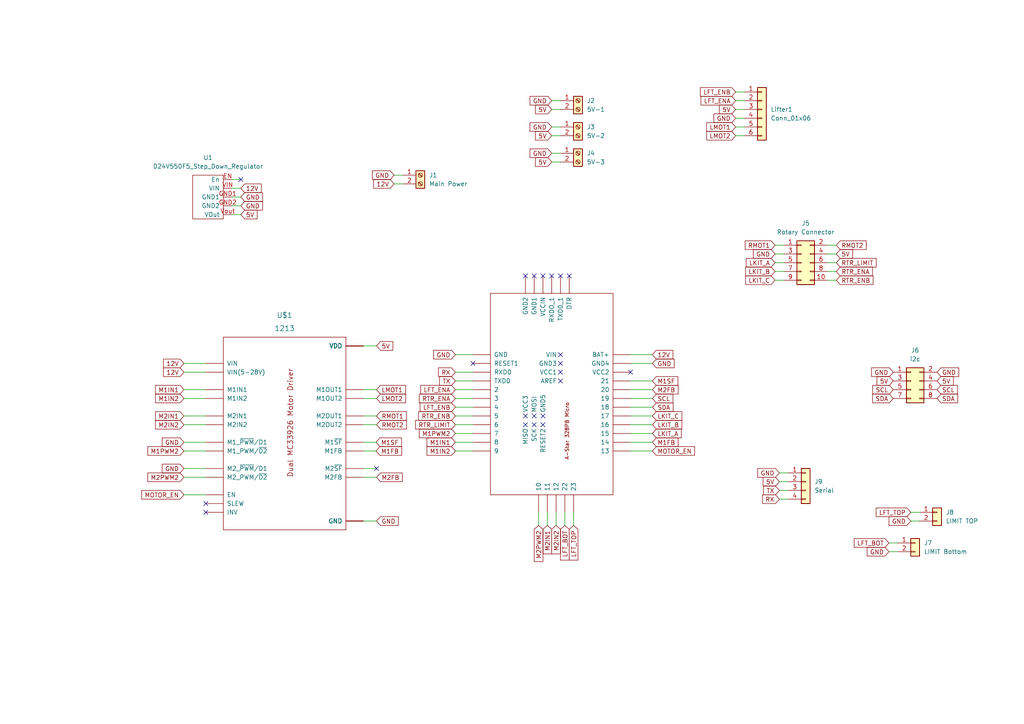
<source format=kicad_sch>
(kicad_sch (version 20211123) (generator eeschema)
  (paper "A4")
  (lib_symbols
    (symbol "Connector:Screw_Terminal_01x02" (pin_names (offset 1.016) hide)
      (property "Reference" "J" (at 0 2.54 0))
      (property "Value" "Screw_Terminal_01x02" (at 0 -5.08 0))
      (symbol "Screw_Terminal_01x02_1_1"
        (rectangle (start -1.27 1.27) (end 1.27 -3.81) (stroke (width 0.254)) (fill (type background)))
        (circle (center 0 -2.54) (radius 0.635) (stroke (width 0.1524)))
        (polyline (pts (xy -0.5334 -2.2098) (xy 0.3302 -3.048)) (stroke (width 0.1524)))
        (polyline (pts (xy -0.5334 0.3302) (xy 0.3302 -0.508)) (stroke (width 0.1524)))
        (polyline (pts (xy -0.3556 -2.032) (xy 0.508 -2.8702)) (stroke (width 0.1524)))
        (polyline (pts (xy -0.3556 0.508) (xy 0.508 -0.3302)) (stroke (width 0.1524)))
        (circle (center 0 0) (radius 0.635) (stroke (width 0.1524)))
        (pin passive line (at -5.08 0 0) (length 3.81) (name "Pin_1") (number "1"))
        (pin passive line (at -5.08 -2.54 0) (length 3.81) (name "Pin_2") (number "2"))
      )
    )
    (symbol "Connector_Generic:Conn_01x02" (pin_names (offset 1.016) hide)
      (property "Reference" "J" (at 0 2.54 0))
      (property "Value" "Conn_01x02" (at 0 -5.08 0))
      (symbol "Conn_01x02_1_1"
        (rectangle (start -1.27 -2.413) (end 0 -2.667) (stroke (width 0.1524)))
        (rectangle (start -1.27 0.127) (end 0 -0.127) (stroke (width 0.1524)))
        (rectangle (start -1.27 1.27) (end 1.27 -3.81) (stroke (width 0.254)) (fill (type background)))
        (pin passive line (at -5.08 0 0) (length 3.81) (name "Pin_1") (number "1"))
        (pin passive line (at -5.08 -2.54 0) (length 3.81) (name "Pin_2") (number "2"))
      )
    )
    (symbol "Connector_Generic:Conn_01x04" (pin_names (offset 1.016) hide)
      (property "Reference" "J" (at 0 5.08 0))
      (property "Value" "Conn_01x04" (at 0 -7.62 0))
      (symbol "Conn_01x04_1_1"
        (rectangle (start -1.27 -4.953) (end 0 -5.207) (stroke (width 0.1524)))
        (rectangle (start -1.27 -2.413) (end 0 -2.667) (stroke (width 0.1524)))
        (rectangle (start -1.27 0.127) (end 0 -0.127) (stroke (width 0.1524)))
        (rectangle (start -1.27 2.667) (end 0 2.413) (stroke (width 0.1524)))
        (rectangle (start -1.27 3.81) (end 1.27 -6.35) (stroke (width 0.254)) (fill (type background)))
        (pin passive line (at -5.08 2.54 0) (length 3.81) (name "Pin_1") (number "1"))
        (pin passive line (at -5.08 0 0) (length 3.81) (name "Pin_2") (number "2"))
        (pin passive line (at -5.08 -2.54 0) (length 3.81) (name "Pin_3") (number "3"))
        (pin passive line (at -5.08 -5.08 0) (length 3.81) (name "Pin_4") (number "4"))
      )
    )
    (symbol "Connector_Generic:Conn_01x06" (pin_names (offset 1.016) hide)
      (property "Reference" "J" (at 0 7.62 0))
      (property "Value" "Conn_01x06" (at 0 -10.16 0))
      (symbol "Conn_01x06_1_1"
        (rectangle (start -1.27 -7.493) (end 0 -7.747) (stroke (width 0.1524)))
        (rectangle (start -1.27 -4.953) (end 0 -5.207) (stroke (width 0.1524)))
        (rectangle (start -1.27 -2.413) (end 0 -2.667) (stroke (width 0.1524)))
        (rectangle (start -1.27 0.127) (end 0 -0.127) (stroke (width 0.1524)))
        (rectangle (start -1.27 2.667) (end 0 2.413) (stroke (width 0.1524)))
        (rectangle (start -1.27 5.207) (end 0 4.953) (stroke (width 0.1524)))
        (rectangle (start -1.27 6.35) (end 1.27 -8.89) (stroke (width 0.254)) (fill (type background)))
        (pin passive line (at -5.08 5.08 0) (length 3.81) (name "Pin_1") (number "1"))
        (pin passive line (at -5.08 2.54 0) (length 3.81) (name "Pin_2") (number "2"))
        (pin passive line (at -5.08 0 0) (length 3.81) (name "Pin_3") (number "3"))
        (pin passive line (at -5.08 -2.54 0) (length 3.81) (name "Pin_4") (number "4"))
        (pin passive line (at -5.08 -5.08 0) (length 3.81) (name "Pin_5") (number "5"))
        (pin passive line (at -5.08 -7.62 0) (length 3.81) (name "Pin_6") (number "6"))
      )
    )
    (symbol "Connector_Generic:Conn_02x04_Odd_Even" (pin_names (offset 1.016) hide)
      (property "Reference" "J" (at 1.27 5.08 0))
      (property "Value" "Conn_02x04_Odd_Even" (at 1.27 -7.62 0))
      (symbol "Conn_02x04_Odd_Even_1_1"
        (rectangle (start -1.27 -4.953) (end 0 -5.207) (stroke (width 0.1524)))
        (rectangle (start -1.27 -2.413) (end 0 -2.667) (stroke (width 0.1524)))
        (rectangle (start -1.27 0.127) (end 0 -0.127) (stroke (width 0.1524)))
        (rectangle (start -1.27 2.667) (end 0 2.413) (stroke (width 0.1524)))
        (rectangle (start -1.27 3.81) (end 3.81 -6.35) (stroke (width 0.254)) (fill (type background)))
        (rectangle (start 3.81 -4.953) (end 2.54 -5.207) (stroke (width 0.1524)))
        (rectangle (start 3.81 -2.413) (end 2.54 -2.667) (stroke (width 0.1524)))
        (rectangle (start 3.81 0.127) (end 2.54 -0.127) (stroke (width 0.1524)))
        (rectangle (start 3.81 2.667) (end 2.54 2.413) (stroke (width 0.1524)))
        (pin passive line (at -5.08 2.54 0) (length 3.81) (name "Pin_1") (number "1"))
        (pin passive line (at 7.62 2.54 180) (length 3.81) (name "Pin_2") (number "2"))
        (pin passive line (at -5.08 0 0) (length 3.81) (name "Pin_3") (number "3"))
        (pin passive line (at 7.62 0 180) (length 3.81) (name "Pin_4") (number "4"))
        (pin passive line (at -5.08 -2.54 0) (length 3.81) (name "Pin_5") (number "5"))
        (pin passive line (at 7.62 -2.54 180) (length 3.81) (name "Pin_6") (number "6"))
        (pin passive line (at -5.08 -5.08 0) (length 3.81) (name "Pin_7") (number "7"))
        (pin passive line (at 7.62 -5.08 180) (length 3.81) (name "Pin_8") (number "8"))
      )
    )
    (symbol "Connector_Generic:Conn_02x05_Odd_Even" (pin_names (offset 1.016) hide)
      (property "Reference" "J" (at 1.27 7.62 0))
      (property "Value" "Conn_02x05_Odd_Even" (at 1.27 -7.62 0))
      (symbol "Conn_02x05_Odd_Even_1_1"
        (rectangle (start -1.27 -4.953) (end 0 -5.207) (stroke (width 0.1524)))
        (rectangle (start -1.27 -2.413) (end 0 -2.667) (stroke (width 0.1524)))
        (rectangle (start -1.27 0.127) (end 0 -0.127) (stroke (width 0.1524)))
        (rectangle (start -1.27 2.667) (end 0 2.413) (stroke (width 0.1524)))
        (rectangle (start -1.27 5.207) (end 0 4.953) (stroke (width 0.1524)))
        (rectangle (start -1.27 6.35) (end 3.81 -6.35) (stroke (width 0.254)) (fill (type background)))
        (rectangle (start 3.81 -4.953) (end 2.54 -5.207) (stroke (width 0.1524)))
        (rectangle (start 3.81 -2.413) (end 2.54 -2.667) (stroke (width 0.1524)))
        (rectangle (start 3.81 0.127) (end 2.54 -0.127) (stroke (width 0.1524)))
        (rectangle (start 3.81 2.667) (end 2.54 2.413) (stroke (width 0.1524)))
        (rectangle (start 3.81 5.207) (end 2.54 4.953) (stroke (width 0.1524)))
        (pin passive line (at -5.08 5.08 0) (length 3.81) (name "Pin_1") (number "1"))
        (pin passive line (at 7.62 -5.08 180) (length 3.81) (name "Pin_10") (number "10"))
        (pin passive line (at 7.62 5.08 180) (length 3.81) (name "Pin_2") (number "2"))
        (pin passive line (at -5.08 2.54 0) (length 3.81) (name "Pin_3") (number "3"))
        (pin passive line (at 7.62 2.54 180) (length 3.81) (name "Pin_4") (number "4"))
        (pin passive line (at -5.08 0 0) (length 3.81) (name "Pin_5") (number "5"))
        (pin passive line (at 7.62 0 180) (length 3.81) (name "Pin_6") (number "6"))
        (pin passive line (at -5.08 -2.54 0) (length 3.81) (name "Pin_7") (number "7"))
        (pin passive line (at 7.62 -2.54 180) (length 3.81) (name "Pin_8") (number "8"))
        (pin passive line (at -5.08 -5.08 0) (length 3.81) (name "Pin_9") (number "9"))
      )
    )
    (symbol "Pololu:1213" (pin_names (offset 1.016))
      (property "Reference" "U$2" (at -17.78 26.289 0))
      (property "Value" "1213" (at -17.78 -33.02 0))
      (symbol "1213_1_0"
        (polyline (pts (xy -17.78 -30.48) (xy 17.78 -30.48)))
        (polyline (pts (xy -17.78 25.4) (xy -17.78 -30.48)))
        (polyline (pts (xy 17.78 -30.48) (xy 17.78 25.4)))
        (polyline (pts (xy 17.78 25.4) (xy -17.78 25.4)))
        (text "Dual MC33926 Motor Driver" (at 2.54 -15.24 900) (effects (font (size 1.4986 1.4986)) (justify left bottom)))
        (pin input line (at -22.86 -20.32 0) (length 5.08) (name "EN") (number "EN"))
        (pin power_in line (at 22.86 -27.94 180) (length 5.08) (name "GND") (number "GND"))
        (pin power_in line (at 22.86 -27.94 180) (length 5.08) (name "GND") (number "GND$1"))
        (pin power_in line (at 22.86 -27.94 180) (length 5.08) (name "GND") (number "GND$2"))
        (pin input line (at -22.86 -25.4 0) (length 5.08) (name "INV") (number "INV"))
        (pin output line (at 22.86 -7.62 180) (length 5.08) (name "M1FB") (number "M1FB"))
        (pin input line (at -22.86 10.16 0) (length 5.08) (name "M1IN1") (number "M1IN1"))
        (pin input line (at -22.86 7.62 0) (length 5.08) (name "M1IN2") (number "M1IN2"))
        (pin output line (at 22.86 10.16 180) (length 5.08) (name "M1OUT1") (number "M1OUT1"))
        (pin output line (at 22.86 7.62 180) (length 5.08) (name "M1OUT2") (number "M1OUT2"))
        (pin input line (at -22.86 -5.08 0) (length 5.08) (name "M1_~{PWM}/D1") (number "M1PWM1"))
        (pin input line (at -22.86 -7.62 0) (length 5.08) (name "M1_PWM/~{D2}") (number "M1PWM2"))
        (pin output line (at 22.86 -5.08 180) (length 5.08) (name "M1~{SF}") (number "M1SF"))
        (pin output line (at 22.86 -15.24 180) (length 5.08) (name "M2FB") (number "M2FB"))
        (pin input line (at -22.86 2.54 0) (length 5.08) (name "M2IN1") (number "M2IN1"))
        (pin input line (at -22.86 0 0) (length 5.08) (name "M2IN2") (number "M2IN2"))
        (pin output line (at 22.86 2.54 180) (length 5.08) (name "M2OUT1") (number "M2OUT1"))
        (pin output line (at 22.86 0 180) (length 5.08) (name "M2OUT2") (number "M2OUT2"))
        (pin input line (at -22.86 -12.7 0) (length 5.08) (name "M2_~{PWM}/D1") (number "M2PWM1"))
        (pin input line (at -22.86 -15.24 0) (length 5.08) (name "M2_PWM/~{D2}") (number "M2PWM2"))
        (pin output line (at 22.86 -12.7 180) (length 5.08) (name "M2~{SF}") (number "M2SF"))
        (pin power_in line (at 22.86 -27.94 180) (length 5.08) (name "GND") (number "MGND"))
        (pin input line (at -22.86 15.24 0) (length 5.08) (name "VIN(5-28V)") (number "MVIN"))
        (pin input line (at -22.86 -22.86 0) (length 5.08) (name "SLEW") (number "SLEW"))
        (pin power_in line (at 22.86 22.86 180) (length 5.08) (name "VDD") (number "VDD"))
        (pin power_in line (at 22.86 22.86 180) (length 5.08) (name "VDD") (number "VDD$1"))
        (pin power_in line (at 22.86 22.86 180) (length 5.08) (name "VDD") (number "VDD$2"))
        (pin power_in line (at 22.86 22.86 180) (length 5.08) (name "VDD") (number "VDD$3"))
        (pin power_in line (at 22.86 22.86 180) (length 5.08) (name "VDD") (number "VDD$4"))
        (pin power_in line (at 22.86 22.86 180) (length 5.08) (name "VDD") (number "VDD$5"))
        (pin input line (at -22.86 17.78 0) (length 5.08) (name "VIN") (number "VIN"))
      )
    )
    (symbol "Pololu:D24V550F5_Step_Down_Regulator" (pin_names (offset 1.016))
      (property "Reference" "U1" (at -0.635 11.43 0))
      (property "Value" "D24V550F5_Step_Down_Regulator" (at -0.635 8.89 0))
      (symbol "D24V550F5_Step_Down_Regulator_0_1"
        (rectangle (start -5.08 6.35) (end 3.81 -6.35))
      )
      (symbol "D24V550F5_Step_Down_Regulator_1_1"
        (pin bidirectional line (at 6.35 5.08 180) (length 2.54) (name "En") (number "EN"))
        (pin bidirectional line (at 6.35 0 180) (length 2.54) (name "GND1") (number "GND1"))
        (pin bidirectional line (at 6.35 -2.54 180) (length 2.54) (name "GND2") (number "GND2"))
        (pin bidirectional line (at 6.35 2.54 180) (length 2.54) (name "VIN") (number "VIN"))
        (pin bidirectional line (at 6.35 -5.08 180) (length 2.54) (name "VOut") (number "Vout"))
      )
    )
    (symbol "Pololu:POLOLU3161" (pin_names (offset 1.016))
      (symbol "POLOLU3161_1_0"
        (polyline (pts (xy -5.08 -7.62) (xy -5.08 50.8)))
        (polyline (pts (xy -5.08 50.8) (xy 30.48 50.8)))
        (polyline (pts (xy 30.48 -7.62) (xy -5.08 -7.62)))
        (polyline (pts (xy 30.48 50.8) (xy 30.48 -7.62)))
        (text "A-Star 328PB Micro" (at 17.78 2.54 900) (effects (font (size 1.0668 1.0668)) (justify left bottom)))
        (pin input line (at 8.89 -12.7 90) (length 5.08) (name "10") (number "10"))
        (pin input line (at 11.43 -12.7 90) (length 5.08) (name "11") (number "11"))
        (pin input line (at 13.97 -12.7 90) (length 5.08) (name "12") (number "12"))
        (pin input line (at 35.56 5.08 180) (length 5.08) (name "13") (number "13"))
        (pin input line (at 35.56 7.62 180) (length 5.08) (name "14") (number "14"))
        (pin input line (at 35.56 10.16 180) (length 5.08) (name "15") (number "15"))
        (pin input line (at 35.56 12.7 180) (length 5.08) (name "16") (number "16"))
        (pin input line (at 35.56 15.24 180) (length 5.08) (name "17") (number "17"))
        (pin input line (at 35.56 17.78 180) (length 5.08) (name "18") (number "18"))
        (pin input line (at 35.56 20.32 180) (length 5.08) (name "19") (number "19"))
        (pin input line (at -10.16 22.86 0) (length 5.08) (name "2") (number "2"))
        (pin input line (at 35.56 22.86 180) (length 5.08) (name "20") (number "20"))
        (pin input line (at 35.56 25.4 180) (length 5.08) (name "21") (number "21"))
        (pin input line (at 16.51 -12.7 90) (length 5.08) (name "22") (number "22"))
        (pin input line (at 19.05 -12.7 90) (length 5.08) (name "23") (number "23"))
        (pin input line (at -10.16 20.32 0) (length 5.08) (name "3") (number "3"))
        (pin input line (at -10.16 17.78 0) (length 5.08) (name "4") (number "4"))
        (pin input line (at -10.16 15.24 0) (length 5.08) (name "5") (number "5"))
        (pin input line (at -10.16 12.7 0) (length 5.08) (name "6") (number "6"))
        (pin input line (at -10.16 10.16 0) (length 5.08) (name "7") (number "7"))
        (pin input line (at -10.16 7.62 0) (length 5.08) (name "8") (number "8"))
        (pin input line (at -10.16 5.08 0) (length 5.08) (name "9") (number "9"))
        (pin input line (at 15.24 25.4 180) (length 0) (name "AREF") (number "AREF"))
        (pin input line (at 35.56 33.02 180) (length 5.08) (name "BAT+") (number "BAT+"))
        (pin input line (at 17.78 55.88 270) (length 5.08) (name "DTR") (number "DTR"))
        (pin input line (at -10.16 33.02 0) (length 5.08) (name "GND") (number "GND"))
        (pin input line (at 7.62 55.88 270) (length 5.08) (name "GND1") (number "GND1"))
        (pin input line (at 5.08 55.88 270) (length 5.08) (name "GND2") (number "GND2"))
        (pin input line (at 15.24 30.48 180) (length 0) (name "GND3") (number "GND3"))
        (pin input line (at 35.56 30.48 180) (length 5.08) (name "GND4") (number "GND4"))
        (pin input line (at 10.16 15.24 90) (length 0) (name "GND5") (number "GND5"))
        (pin input line (at 5.08 12.7 270) (length 0) (name "MISO") (number "MISO"))
        (pin input line (at 7.62 15.24 90) (length 0) (name "MOSI") (number "MOSI"))
        (pin input line (at -10.16 30.48 0) (length 5.08) (name "RESET1") (number "RESET1"))
        (pin input line (at 10.16 12.7 270) (length 0) (name "RESET2") (number "RESET2"))
        (pin input line (at -10.16 27.94 0) (length 5.08) (name "RXD0") (number "RXD0"))
        (pin input line (at 12.7 55.88 270) (length 5.08) (name "RXDO_1") (number "RXD0_1"))
        (pin input line (at 7.62 12.7 270) (length 0) (name "SCK") (number "SCK"))
        (pin input line (at -10.16 25.4 0) (length 5.08) (name "TXD0") (number "TXD0"))
        (pin input line (at 15.24 55.88 270) (length 5.08) (name "TXD0_1") (number "TXD0_1"))
        (pin input line (at 15.24 27.94 180) (length 0) (name "VCC1") (number "VCC1"))
        (pin input line (at 35.56 27.94 180) (length 5.08) (name "VCC2") (number "VCC2"))
        (pin input line (at 5.08 15.24 90) (length 0) (name "VCC3") (number "VCC3"))
        (pin input line (at 10.16 55.88 270) (length 5.08) (name "VCCIN") (number "VCCIN"))
        (pin input line (at 15.24 33.02 180) (length 0) (name "VIN") (number "VIN"))
      )
    )
  )
  (no_connect (at 162.56 107.95))
  (no_connect (at 152.4 120.65))
  (no_connect (at 154.94 120.65))
  (no_connect (at 157.48 120.65))
  (no_connect (at 157.48 123.19))
  (no_connect (at 182.88 107.95))
  (no_connect (at 165.1 80.01))
  (no_connect (at 162.56 102.87))
  (no_connect (at 162.56 105.41))
  (no_connect (at 154.94 123.19))
  (no_connect (at 152.4 123.19))
  (no_connect (at 162.56 110.49))
  (no_connect (at 152.4 80.01))
  (no_connect (at 154.94 80.01))
  (no_connect (at 157.48 80.01))
  (no_connect (at 160.02 80.01))
  (no_connect (at 162.56 80.01))
  (no_connect (at 137.16 105.41))
  (no_connect (at 109.22 135.89))
  (no_connect (at 69.85 52.07))
  (no_connect (at 59.69 146.05))
  (no_connect (at 59.69 148.59))
  (wire (pts (xy 105.41 130.81) (xy 109.22 130.81)))
  (wire (pts (xy 67.31 54.61) (xy 69.85 54.61)))
  (wire (pts (xy 160.02 29.21) (xy 162.56 29.21)))
  (wire (pts (xy 156.21 148.59) (xy 156.21 152.4)))
  (wire (pts (xy 182.88 102.87) (xy 189.23 102.87)))
  (wire (pts (xy 160.02 39.37) (xy 162.56 39.37)))
  (wire (pts (xy 257.81 157.48) (xy 260.35 157.48)))
  (wire (pts (xy 240.03 81.28) (xy 242.57 81.28)))
  (wire (pts (xy 132.08 123.19) (xy 137.16 123.19)))
  (wire (pts (xy 213.36 39.37) (xy 215.9 39.37)))
  (wire (pts (xy 105.41 115.57) (xy 109.22 115.57)))
  (wire (pts (xy 67.31 59.69) (xy 69.85 59.69)))
  (wire (pts (xy 53.34 135.89) (xy 59.69 135.89)))
  (wire (pts (xy 53.34 107.95) (xy 59.69 107.95)))
  (wire (pts (xy 132.08 118.11) (xy 137.16 118.11)))
  (wire (pts (xy 53.34 130.81) (xy 59.69 130.81)))
  (wire (pts (xy 166.37 148.59) (xy 166.37 152.4)))
  (wire (pts (xy 224.79 71.12) (xy 227.33 71.12)))
  (wire (pts (xy 132.08 113.03) (xy 137.16 113.03)))
  (wire (pts (xy 213.36 34.29) (xy 215.9 34.29)))
  (wire (pts (xy 182.88 110.49) (xy 189.23 110.49)))
  (wire (pts (xy 264.16 151.13) (xy 266.7 151.13)))
  (wire (pts (xy 105.41 128.27) (xy 109.22 128.27)))
  (wire (pts (xy 226.06 144.78) (xy 228.6 144.78)))
  (wire (pts (xy 105.41 123.19) (xy 109.22 123.19)))
  (wire (pts (xy 105.41 151.13) (xy 109.22 151.13)))
  (wire (pts (xy 182.88 115.57) (xy 189.23 115.57)))
  (wire (pts (xy 182.88 118.11) (xy 189.23 118.11)))
  (wire (pts (xy 161.29 148.59) (xy 161.29 152.4)))
  (wire (pts (xy 53.34 113.03) (xy 59.69 113.03)))
  (wire (pts (xy 67.31 62.23) (xy 69.85 62.23)))
  (wire (pts (xy 160.02 44.45) (xy 162.56 44.45)))
  (wire (pts (xy 132.08 125.73) (xy 137.16 125.73)))
  (wire (pts (xy 114.3 53.34) (xy 116.84 53.34)))
  (wire (pts (xy 53.34 128.27) (xy 59.69 128.27)))
  (wire (pts (xy 114.3 50.8) (xy 116.84 50.8)))
  (wire (pts (xy 182.88 120.65) (xy 189.23 120.65)))
  (wire (pts (xy 132.08 128.27) (xy 137.16 128.27)))
  (wire (pts (xy 257.81 160.02) (xy 260.35 160.02)))
  (wire (pts (xy 224.79 76.2) (xy 227.33 76.2)))
  (wire (pts (xy 132.08 120.65) (xy 137.16 120.65)))
  (wire (pts (xy 53.34 143.51) (xy 59.69 143.51)))
  (wire (pts (xy 53.34 138.43) (xy 59.69 138.43)))
  (wire (pts (xy 67.31 57.15) (xy 69.85 57.15)))
  (wire (pts (xy 182.88 125.73) (xy 189.23 125.73)))
  (wire (pts (xy 182.88 123.19) (xy 189.23 123.19)))
  (wire (pts (xy 264.16 148.59) (xy 266.7 148.59)))
  (wire (pts (xy 158.75 148.59) (xy 158.75 152.4)))
  (wire (pts (xy 160.02 36.83) (xy 162.56 36.83)))
  (wire (pts (xy 182.88 113.03) (xy 189.23 113.03)))
  (wire (pts (xy 182.88 130.81) (xy 189.23 130.81)))
  (wire (pts (xy 213.36 29.21) (xy 215.9 29.21)))
  (wire (pts (xy 213.36 31.75) (xy 215.9 31.75)))
  (wire (pts (xy 160.02 46.99) (xy 162.56 46.99)))
  (wire (pts (xy 213.36 26.67) (xy 215.9 26.67)))
  (wire (pts (xy 53.34 123.19) (xy 59.69 123.19)))
  (wire (pts (xy 240.03 73.66) (xy 242.57 73.66)))
  (wire (pts (xy 53.34 115.57) (xy 59.69 115.57)))
  (wire (pts (xy 132.08 107.95) (xy 137.16 107.95)))
  (wire (pts (xy 240.03 78.74) (xy 242.57 78.74)))
  (wire (pts (xy 105.41 120.65) (xy 109.22 120.65)))
  (wire (pts (xy 224.79 73.66) (xy 227.33 73.66)))
  (wire (pts (xy 224.79 78.74) (xy 227.33 78.74)))
  (wire (pts (xy 163.83 148.59) (xy 163.83 152.4)))
  (wire (pts (xy 105.41 135.89) (xy 109.22 135.89)))
  (wire (pts (xy 132.08 110.49) (xy 137.16 110.49)))
  (wire (pts (xy 226.06 139.7) (xy 228.6 139.7)))
  (wire (pts (xy 240.03 71.12) (xy 242.57 71.12)))
  (wire (pts (xy 105.41 138.43) (xy 109.22 138.43)))
  (wire (pts (xy 224.79 81.28) (xy 227.33 81.28)))
  (wire (pts (xy 53.34 105.41) (xy 59.69 105.41)))
  (wire (pts (xy 53.34 120.65) (xy 59.69 120.65)))
  (wire (pts (xy 105.41 113.03) (xy 109.22 113.03)))
  (wire (pts (xy 67.31 52.07) (xy 69.85 52.07)))
  (wire (pts (xy 182.88 105.41) (xy 189.23 105.41)))
  (wire (pts (xy 132.08 102.87) (xy 137.16 102.87)))
  (wire (pts (xy 132.08 130.81) (xy 137.16 130.81)))
  (wire (pts (xy 105.41 100.33) (xy 109.22 100.33)))
  (wire (pts (xy 132.08 115.57) (xy 137.16 115.57)))
  (wire (pts (xy 240.03 76.2) (xy 242.57 76.2)))
  (wire (pts (xy 182.88 128.27) (xy 189.23 128.27)))
  (wire (pts (xy 160.02 31.75) (xy 162.56 31.75)))
  (wire (pts (xy 226.06 142.24) (xy 228.6 142.24)))
  (wire (pts (xy 213.36 36.83) (xy 215.9 36.83)))
  (wire (pts (xy 226.06 137.16) (xy 228.6 137.16)))
  (global_label "SDA" (shape input) (at 271.78 115.57 0) (property "Intersheet References" "${INTERSHEET_REFS}" (effects hide)))
  (global_label "M1PWM2" (shape input) (at 132.08 125.73 180) (property "Intersheet References" "${INTERSHEET_REFS}" (effects hide)))
  (global_label "LMOT1" (shape input) (at 213.36 36.83 180) (property "Intersheet References" "${INTERSHEET_REFS}" (effects hide)))
  (global_label "LFT_ENA" (shape input) (at 132.08 113.03 180) (property "Intersheet References" "${INTERSHEET_REFS}" (effects hide)))
  (global_label "GND" (shape input) (at 114.3 50.8 180) (property "Intersheet References" "${INTERSHEET_REFS}" (effects hide)))
  (global_label "RMOT1" (shape input) (at 109.22 120.65 0) (property "Intersheet References" "${INTERSHEET_REFS}" (effects hide)))
  (global_label "GND" (shape input) (at 160.02 36.83 180) (property "Intersheet References" "${INTERSHEET_REFS}" (effects hide)))
  (global_label "TX" (shape input) (at 132.08 110.49 180) (property "Intersheet References" "${INTERSHEET_REFS}" (effects hide)))
  (global_label "GND" (shape input) (at 213.36 34.29 180) (property "Intersheet References" "${INTERSHEET_REFS}" (effects hide)))
  (global_label "12V" (shape input) (at 69.85 54.61 0) (property "Intersheet References" "${INTERSHEET_REFS}" (effects hide)))
  (global_label "SDA" (shape input) (at 189.23 118.11 0) (property "Intersheet References" "${INTERSHEET_REFS}" (effects hide)))
  (global_label "LKIT_A" (shape input) (at 189.23 125.73 0) (property "Intersheet References" "${INTERSHEET_REFS}" (effects hide)))
  (global_label "LFT_TOP" (shape input) (at 264.16 148.59 180) (property "Intersheet References" "${INTERSHEET_REFS}" (effects hide)))
  (global_label "LFT_BOT" (shape input) (at 163.83 152.4 270) (property "Intersheet References" "${INTERSHEET_REFS}" (effects hide)))
  (global_label "GND" (shape input) (at 259.08 107.95 180) (property "Intersheet References" "${INTERSHEET_REFS}" (effects hide)))
  (global_label "LMOT1" (shape input) (at 109.22 113.03 0) (property "Intersheet References" "${INTERSHEET_REFS}" (effects hide)))
  (global_label "5V" (shape input) (at 160.02 31.75 180) (property "Intersheet References" "${INTERSHEET_REFS}" (effects hide)))
  (global_label "12V" (shape input) (at 53.34 105.41 180) (property "Intersheet References" "${INTERSHEET_REFS}" (effects hide)))
  (global_label "LKIT_B" (shape input) (at 224.79 78.74 180) (property "Intersheet References" "${INTERSHEET_REFS}" (effects hide)))
  (global_label "LMOT2" (shape input) (at 213.36 39.37 180) (property "Intersheet References" "${INTERSHEET_REFS}" (effects hide)))
  (global_label "RX" (shape input) (at 132.08 107.95 180) (property "Intersheet References" "${INTERSHEET_REFS}" (effects hide)))
  (global_label "M2IN2" (shape input) (at 53.34 123.19 180) (property "Intersheet References" "${INTERSHEET_REFS}" (effects hide)))
  (global_label "TX" (shape input) (at 226.06 142.24 180) (property "Intersheet References" "${INTERSHEET_REFS}" (effects hide)))
  (global_label "RX" (shape input) (at 226.06 144.78 180) (property "Intersheet References" "${INTERSHEET_REFS}" (effects hide)))
  (global_label "GND" (shape input) (at 109.22 151.13 0) (property "Intersheet References" "${INTERSHEET_REFS}" (effects hide)))
  (global_label "M1PWM2" (shape input) (at 53.34 130.81 180) (property "Intersheet References" "${INTERSHEET_REFS}" (effects hide)))
  (global_label "RMOT2" (shape input) (at 242.57 71.12 0) (property "Intersheet References" "${INTERSHEET_REFS}" (effects hide)))
  (global_label "M1FB" (shape input) (at 109.0675 130.81 0) (property "Intersheet References" "${INTERSHEET_REFS}" (effects hide)))
  (global_label "M2IN2" (shape input) (at 161.29 152.4 270) (property "Intersheet References" "${INTERSHEET_REFS}" (effects hide)))
  (global_label "GND" (shape input) (at 264.16 151.13 180) (property "Intersheet References" "${INTERSHEET_REFS}" (effects hide)))
  (global_label "RTR_ENA" (shape input) (at 242.57 78.74 0) (property "Intersheet References" "${INTERSHEET_REFS}" (effects hide)))
  (global_label "GND" (shape input) (at 53.34 128.27 180) (property "Intersheet References" "${INTERSHEET_REFS}" (effects hide)))
  (global_label "M1IN1" (shape input) (at 132.08 128.27 180) (property "Intersheet References" "${INTERSHEET_REFS}" (effects hide)))
  (global_label "M2FB" (shape input) (at 109.22 138.43 0) (property "Intersheet References" "${INTERSHEET_REFS}" (effects hide)))
  (global_label "M1IN2" (shape input) (at 132.08 130.81 180) (property "Intersheet References" "${INTERSHEET_REFS}" (effects hide)))
  (global_label "5V" (shape input) (at 259.08 110.49 180) (property "Intersheet References" "${INTERSHEET_REFS}" (effects hide)))
  (global_label "RTR_LIMIT" (shape input) (at 132.08 123.19 180) (property "Intersheet References" "${INTERSHEET_REFS}" (effects hide)))
  (global_label "GND" (shape input) (at 271.78 107.95 0) (property "Intersheet References" "${INTERSHEET_REFS}" (effects hide)))
  (global_label "RTR_LIMIT" (shape input) (at 242.57 76.2 0) (property "Intersheet References" "${INTERSHEET_REFS}" (effects hide)))
  (global_label "SCL" (shape input) (at 259.08 113.03 180) (property "Intersheet References" "${INTERSHEET_REFS}" (effects hide)))
  (global_label "5V" (shape input) (at 226.06 139.7 180) (property "Intersheet References" "${INTERSHEET_REFS}" (effects hide)))
  (global_label "M2PWM2" (shape input) (at 53.34 138.43 180) (property "Intersheet References" "${INTERSHEET_REFS}" (effects hide)))
  (global_label "MOTOR_EN" (shape input) (at 53.34 143.51 180) (property "Intersheet References" "${INTERSHEET_REFS}" (effects hide)))
  (global_label "5V" (shape input) (at 160.02 46.99 180) (property "Intersheet References" "${INTERSHEET_REFS}" (effects hide)))
  (global_label "RMOT2" (shape input) (at 109.22 123.19 0) (property "Intersheet References" "${INTERSHEET_REFS}" (effects hide)))
  (global_label "5V" (shape input) (at 109.22 100.33 0) (property "Intersheet References" "${INTERSHEET_REFS}" (effects hide)))
  (global_label "GND" (shape input) (at 53.34 135.89 180) (property "Intersheet References" "${INTERSHEET_REFS}" (effects hide)))
  (global_label "M2IN1" (shape input) (at 53.34 120.65 180) (property "Intersheet References" "${INTERSHEET_REFS}" (effects hide)))
  (global_label "12V" (shape input) (at 189.23 102.87 0) (property "Intersheet References" "${INTERSHEET_REFS}" (effects hide)))
  (global_label "GND" (shape input) (at 160.02 44.45 180) (property "Intersheet References" "${INTERSHEET_REFS}" (effects hide)))
  (global_label "GND" (shape input) (at 69.85 57.15 0) (property "Intersheet References" "${INTERSHEET_REFS}" (effects hide)))
  (global_label "LKIT_C" (shape input) (at 189.23 120.65 0) (property "Intersheet References" "${INTERSHEET_REFS}" (effects hide)))
  (global_label "5V" (shape input) (at 160.02 39.37 180) (property "Intersheet References" "${INTERSHEET_REFS}" (effects hide)))
  (global_label "LFT_TOP" (shape input) (at 166.37 152.4 270) (property "Intersheet References" "${INTERSHEET_REFS}" (effects hide)))
  (global_label "GND" (shape input) (at 226.06 137.16 180) (property "Intersheet References" "${INTERSHEET_REFS}" (effects hide)))
  (global_label "M1SF" (shape input) (at 189.23 110.49 0) (property "Intersheet References" "${INTERSHEET_REFS}" (effects hide)))
  (global_label "M1IN2" (shape input) (at 53.34 115.57 180) (property "Intersheet References" "${INTERSHEET_REFS}" (effects hide)))
  (global_label "GND" (shape input) (at 224.79 73.66 180) (property "Intersheet References" "${INTERSHEET_REFS}" (effects hide)))
  (global_label "M2IN1" (shape input) (at 158.75 152.4 270) (property "Intersheet References" "${INTERSHEET_REFS}" (effects hide)))
  (global_label "RTR_ENB" (shape input) (at 242.57 81.28 0) (property "Intersheet References" "${INTERSHEET_REFS}" (effects hide)))
  (global_label "12V" (shape input) (at 114.3 53.34 180) (property "Intersheet References" "${INTERSHEET_REFS}" (effects hide)))
  (global_label "5V" (shape input) (at 271.78 110.49 0) (property "Intersheet References" "${INTERSHEET_REFS}" (effects hide)))
  (global_label "LMOT2" (shape input) (at 109.22 115.57 0) (property "Intersheet References" "${INTERSHEET_REFS}" (effects hide)))
  (global_label "M1IN1" (shape input) (at 53.34 113.03 180) (property "Intersheet References" "${INTERSHEET_REFS}" (effects hide)))
  (global_label "SCL" (shape input) (at 189.23 115.57 0) (property "Intersheet References" "${INTERSHEET_REFS}" (effects hide)))
  (global_label "SDA" (shape input) (at 259.08 115.57 180) (property "Intersheet References" "${INTERSHEET_REFS}" (effects hide)))
  (global_label "GND" (shape input) (at 257.81 160.02 180) (property "Intersheet References" "${INTERSHEET_REFS}" (effects hide)))
  (global_label "LKIT_B" (shape input) (at 189.23 123.19 0) (property "Intersheet References" "${INTERSHEET_REFS}" (effects hide)))
  (global_label "LFT_ENB" (shape input) (at 213.36 26.67 180) (property "Intersheet References" "${INTERSHEET_REFS}" (effects hide)))
  (global_label "12V" (shape input) (at 53.34 107.95 180) (property "Intersheet References" "${INTERSHEET_REFS}" (effects hide)))
  (global_label "LKIT_A" (shape input) (at 224.79 76.2 180) (property "Intersheet References" "${INTERSHEET_REFS}" (effects hide)))
  (global_label "M1FB" (shape input) (at 189.23 128.27 0) (property "Intersheet References" "${INTERSHEET_REFS}" (effects hide)))
  (global_label "5V" (shape input) (at 242.57 73.66 0) (property "Intersheet References" "${INTERSHEET_REFS}" (effects hide)))
  (global_label "5V" (shape input) (at 69.85 62.23 0) (property "Intersheet References" "${INTERSHEET_REFS}" (effects hide)))
  (global_label "GND" (shape input) (at 160.02 29.21 180) (property "Intersheet References" "${INTERSHEET_REFS}" (effects hide)))
  (global_label "RTR_ENA" (shape input) (at 132.08 115.57 180) (property "Intersheet References" "${INTERSHEET_REFS}" (effects hide)))
  (global_label "MOTOR_EN" (shape input) (at 189.23 130.81 0) (property "Intersheet References" "${INTERSHEET_REFS}" (effects hide)))
  (global_label "GND" (shape input) (at 132.08 102.87 180) (property "Intersheet References" "${INTERSHEET_REFS}" (effects hide)))
  (global_label "M1SF" (shape input) (at 109.0675 128.27 0) (property "Intersheet References" "${INTERSHEET_REFS}" (effects hide)))
  (global_label "LFT_ENA" (shape input) (at 213.36 29.21 180) (property "Intersheet References" "${INTERSHEET_REFS}" (effects hide)))
  (global_label "LFT_BOT" (shape input) (at 257.81 157.48 180) (property "Intersheet References" "${INTERSHEET_REFS}" (effects hide)))
  (global_label "LFT_ENB" (shape input) (at 132.08 118.11 180) (property "Intersheet References" "${INTERSHEET_REFS}" (effects hide)))
  (global_label "M2PWM2" (shape input) (at 156.21 152.4 270) (property "Intersheet References" "${INTERSHEET_REFS}" (effects hide)))
  (global_label "M2FB" (shape input) (at 189.23 113.03 0) (property "Intersheet References" "${INTERSHEET_REFS}" (effects hide)))
  (global_label "GND" (shape input) (at 69.85 59.69 0) (property "Intersheet References" "${INTERSHEET_REFS}" (effects hide)))
  (global_label "GND" (shape input) (at 189.23 105.41 0) (property "Intersheet References" "${INTERSHEET_REFS}" (effects hide)))
  (global_label "LKIT_C" (shape input) (at 224.79 81.28 180) (property "Intersheet References" "${INTERSHEET_REFS}" (effects hide)))
  (global_label "RTR_ENB" (shape input) (at 132.08 120.65 180) (property "Intersheet References" "${INTERSHEET_REFS}" (effects hide)))
  (global_label "5V" (shape input) (at 213.36 31.75 180) (property "Intersheet References" "${INTERSHEET_REFS}" (effects hide)))
  (global_label "SCL" (shape input) (at 271.78 113.03 0) (property "Intersheet References" "${INTERSHEET_REFS}" (effects hide)))
  (global_label "RMOT1" (shape input) (at 224.79 71.12 180) (property "Intersheet References" "${INTERSHEET_REFS}" (effects hide)))
  (symbol (lib_id "Connector_Generic:Conn_01x04") (at 233.68 139.7 0) (unit 1)
    (property "Reference" "J9" (at 236.22 139.6999 0) (effects (justify left)))
    (property "Value" "Serial" (at 236.22 142.2399 0) (effects (justify left)))
    (property "Footprint" "Connector_PinHeader_2.54mm:PinHeader_1x04_P2.54mm_Vertical" (effects hide))
  )
  (symbol (lib_id "Connector_Generic:Conn_01x06") (at 220.98 31.75 0) (unit 1)
    (property "Reference" "Lifter1" (at 223.52 31.7499 0) (effects (justify left)))
    (property "Value" "Conn_01x06" (at 223.52 34.2899 0) (effects (justify left)))
    (property "Footprint" "Connector_PinHeader_2.54mm:PinHeader_1x06_P2.54mm_Horizontal" (effects hide))
  )
  (symbol (lib_id "Connector:Screw_Terminal_01x02") (at 121.92 50.8 0) (unit 1)
    (property "Reference" "J1" (at 124.46 50.7999 0) (effects (justify left)))
    (property "Value" "Main Power" (at 124.46 53.3399 0) (effects (justify left)))
    (property "Footprint" "TerminalBlock_RND:TerminalBlock_RND_205-00287_1x02_P5.08mm_Horizontal" (effects hide))
  )
  (symbol (lib_id "Connector_Generic:Conn_01x02") (at 271.78 148.59 0) (unit 1)
    (property "Reference" "J8" (at 274.32 148.5899 0) (effects (justify left)))
    (property "Value" "LIMIT TOP" (at 274.32 151.1299 0) (effects (justify left)))
    (property "Footprint" "Connector_PinHeader_2.54mm:PinHeader_1x02_P2.54mm_Vertical" (effects hide))
  )
  (symbol (lib_id "Pololu:1213") (at 82.55 123.19 0) (unit 1)
    (property "Reference" "U$1" (at 82.55 91.44 0) (effects (font (size 1.4986 1.4986))))
    (property "Value" "1213" (at 82.55 95.25 0) (effects (font (size 1.4986 1.4986))))
    (property "Footprint" "Pololu:MC33926 Dual Motor Driver" (effects hide))
  )
  (symbol (lib_id "Connector:Screw_Terminal_01x02") (at 167.64 36.83 0) (unit 1)
    (property "Reference" "J3" (at 170.18 36.8299 0) (effects (justify left)))
    (property "Value" "5V-2" (at 170.18 39.3699 0) (effects (justify left)))
    (property "Footprint" "TerminalBlock_RND:TerminalBlock_RND_205-00287_1x02_P5.08mm_Horizontal" (effects hide))
  )
  (symbol (lib_id "Connector:Screw_Terminal_01x02") (at 167.64 29.21 0) (unit 1)
    (property "Reference" "J2" (at 170.18 29.2099 0) (effects (justify left)))
    (property "Value" "5V-1" (at 170.18 31.7499 0) (effects (justify left)))
    (property "Footprint" "TerminalBlock_RND:TerminalBlock_RND_205-00287_1x02_P5.08mm_Horizontal" (effects hide))
  )
  (symbol (lib_id "Connector_Generic:Conn_01x02") (at 265.43 157.48 0) (unit 1)
    (property "Reference" "J7" (at 267.97 157.4799 0) (effects (justify left)))
    (property "Value" "LIMIT Bottom" (at 267.97 160.0199 0) (effects (justify left)))
    (property "Footprint" "Connector_PinHeader_2.54mm:PinHeader_1x02_P2.54mm_Vertical" (effects hide))
  )
  (symbol (lib_id "Pololu:POLOLU3161") (at 147.32 135.89 0) (unit 1)
    (property "Reference" "J$1" (effects hide))
    (property "Value" "POLOLU3161" (effects hide))
    (property "Footprint" "Pololu:A-Star POLOLU3161" (effects hide))
  )
  (symbol (lib_id "Pololu:D24V550F5_Step_Down_Regulator") (at 60.96 57.15 0) (unit 1)
    (property "Reference" "U1" (at 60.325 45.72 0))
    (property "Value" "D24V550F5_Step_Down_Regulator" (at 60.325 48.26 0))
    (property "Footprint" "Pololu:VoltageREG_2851" (effects hide))
  )
  (symbol (lib_id "Connector:Screw_Terminal_01x02") (at 167.64 44.45 0) (unit 1)
    (property "Reference" "J4" (at 170.18 44.4499 0) (effects (justify left)))
    (property "Value" "5V-3" (at 170.18 46.9899 0) (effects (justify left)))
    (property "Footprint" "TerminalBlock_RND:TerminalBlock_RND_205-00287_1x02_P5.08mm_Horizontal" (effects hide))
  )
  (symbol (lib_id "Connector_Generic:Conn_02x04_Odd_Even") (at 264.16 110.49 0) (unit 1)
    (property "Reference" "J6" (at 265.43 101.6 0))
    (property "Value" "i2c" (at 265.43 104.14 0))
    (property "Footprint" "Connector_PinHeader_2.54mm:PinHeader_2x04_P2.54mm_Vertical" (effects hide))
  )
  (symbol (lib_id "Connector_Generic:Conn_02x05_Odd_Even") (at 232.41 76.2 0) (unit 1)
    (property "Reference" "J5" (at 233.68 64.77 0))
    (property "Value" "Rotary Connector" (at 233.68 67.31 0))
    (property "Footprint" "Connector_Pin:TE_1761607-3Uppity" (effects hide))
  )
)
</source>
